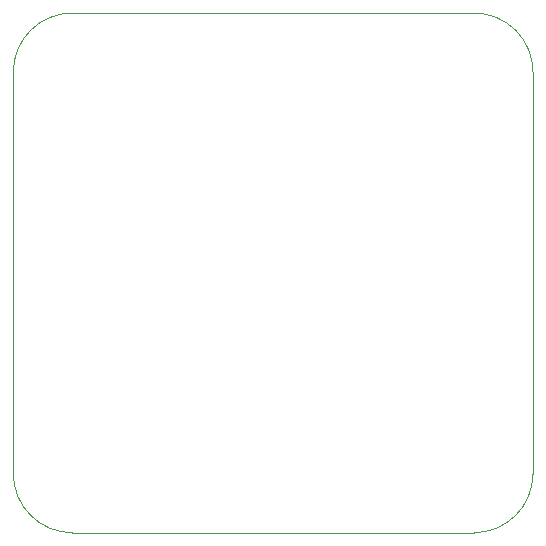
<source format=gm1>
%TF.GenerationSoftware,KiCad,Pcbnew,9.0.0*%
%TF.CreationDate,2025-04-09T22:07:22+02:00*%
%TF.ProjectId,ESC,4553432e-6b69-4636-9164-5f7063625858,rev?*%
%TF.SameCoordinates,Original*%
%TF.FileFunction,Profile,NP*%
%FSLAX45Y45*%
G04 Gerber Fmt 4.5, Leading zero omitted, Abs format (unit mm)*
G04 Created by KiCad (PCBNEW 9.0.0) date 2025-04-09 22:07:22*
%MOMM*%
%LPD*%
G01*
G04 APERTURE LIST*
%TA.AperFunction,Profile*%
%ADD10C,0.050000*%
%TD*%
G04 APERTURE END LIST*
D10*
X5775000Y-2000000D02*
G75*
G02*
X6275000Y-2500000I0J-500000D01*
G01*
X6275000Y-2500000D02*
X6275000Y-5900000D01*
X5775000Y-6400000D02*
X2375000Y-6400000D01*
X2375000Y-2000000D02*
X5775000Y-2000000D01*
X2375000Y-6400000D02*
G75*
G02*
X1875000Y-5900000I0J500000D01*
G01*
X1875000Y-5900000D02*
X1875000Y-2500000D01*
X1875000Y-2500000D02*
G75*
G02*
X2375000Y-2000000I500000J0D01*
G01*
X6275000Y-5900000D02*
G75*
G02*
X5775000Y-6400000I-500000J0D01*
G01*
M02*

</source>
